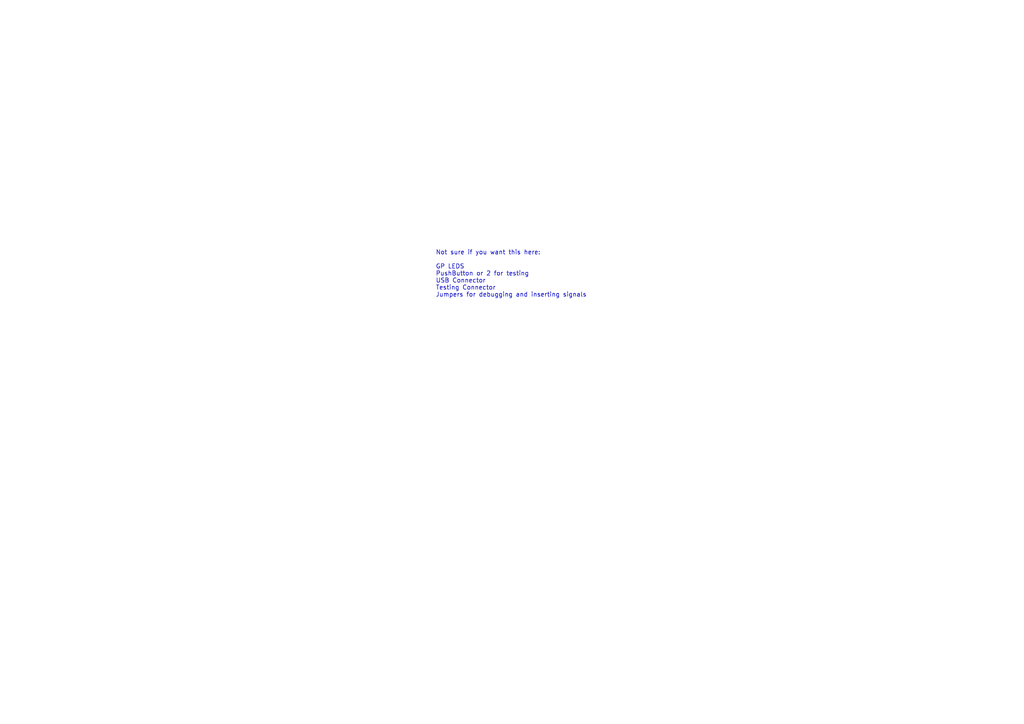
<source format=kicad_sch>
(kicad_sch (version 20211123) (generator eeschema)
  (paper "A4")
  (title_block (date "2022-04-12") (rev "v1.05") (company "University of Cape Town"))
  (lib_symbols)
  (text "Not sure if you want this here:\n\nGP LEDS\nPushButton or 2 for testing\nUSB Connector\nTesting Connector\nJumpers for debugging and inserting signals" (at 126.365 86.36 0) (effects (font (size 1.27 1.27)) (justify left bottom)))
)
</source>
